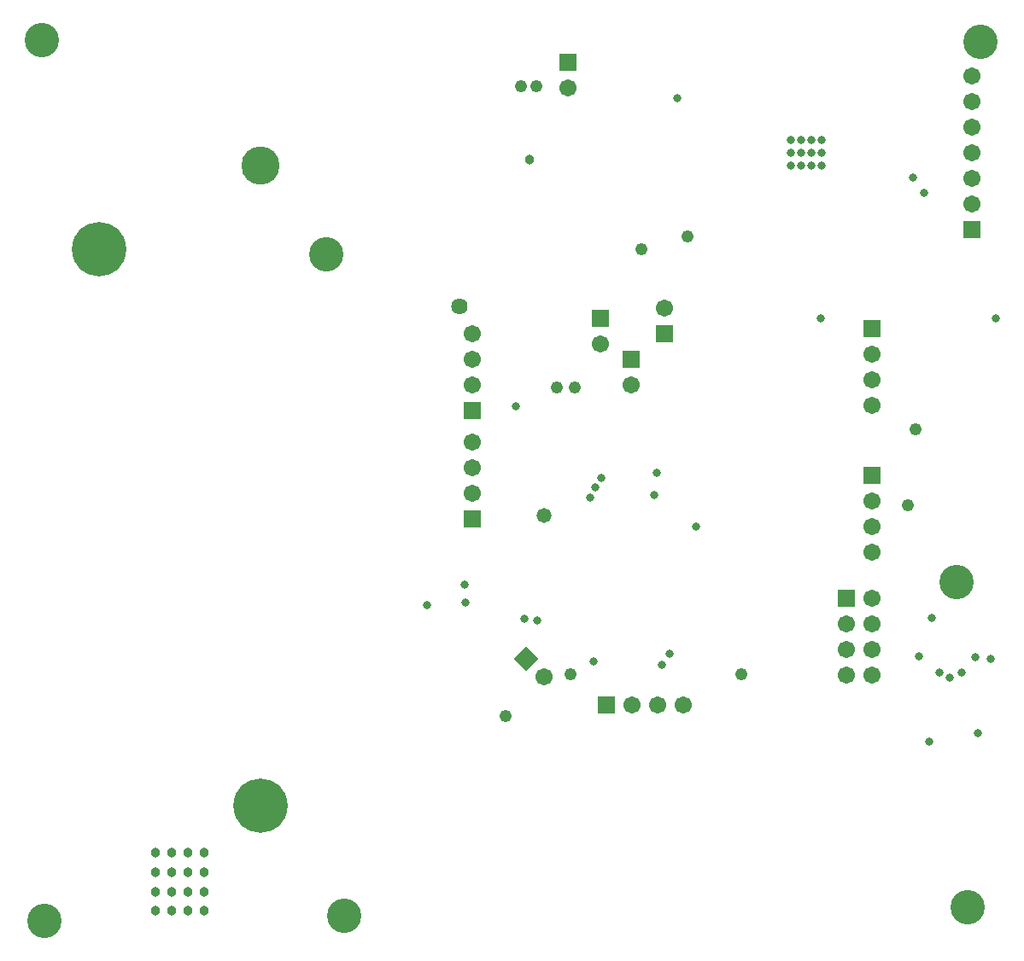
<source format=gbs>
G04*
G04 #@! TF.GenerationSoftware,Altium Limited,Altium Designer,19.1.8 (144)*
G04*
G04 Layer_Color=16711935*
%FSLAX25Y25*%
%MOIN*%
G70*
G01*
G75*
%ADD55C,0.06706*%
%ADD56R,0.06706X0.06706*%
%ADD57C,0.14914*%
%ADD58C,0.21174*%
%ADD59C,0.13400*%
%ADD60R,0.06706X0.06706*%
%ADD61P,0.09483X4X360.0*%
%ADD62C,0.03200*%
%ADD63C,0.04800*%
%ADD64C,0.05800*%
%ADD65C,0.03800*%
%ADD66C,0.06400*%
D55*
X182500Y199500D02*
D03*
Y189500D02*
D03*
Y179500D02*
D03*
X338500Y108500D02*
D03*
X328500D02*
D03*
X338500Y118500D02*
D03*
X328500D02*
D03*
X338500Y128500D02*
D03*
X328500D02*
D03*
X338500Y138500D02*
D03*
X220000Y338000D02*
D03*
X377500Y342500D02*
D03*
Y332500D02*
D03*
Y322500D02*
D03*
Y312500D02*
D03*
Y292500D02*
D03*
Y302500D02*
D03*
X232500Y238000D02*
D03*
X244500Y222000D02*
D03*
X182500Y242000D02*
D03*
Y232000D02*
D03*
Y222000D02*
D03*
X265000Y97000D02*
D03*
X255000D02*
D03*
X245000D02*
D03*
X257500Y252000D02*
D03*
X338500Y234000D02*
D03*
Y224000D02*
D03*
Y214000D02*
D03*
Y156500D02*
D03*
Y166500D02*
D03*
Y176500D02*
D03*
X210571Y107929D02*
D03*
D56*
X182500Y169500D02*
D03*
X328500Y138500D02*
D03*
X220000Y348000D02*
D03*
X377500Y282500D02*
D03*
X232500Y248000D02*
D03*
X244500Y232000D02*
D03*
X182500Y212000D02*
D03*
X257500Y242000D02*
D03*
X338500Y244000D02*
D03*
Y186500D02*
D03*
D57*
X99996Y307559D02*
D03*
D58*
X37004Y274764D02*
D03*
X99996Y57441D02*
D03*
D59*
X381000Y356000D02*
D03*
X371500Y145000D02*
D03*
X376000Y18000D02*
D03*
X132500Y14500D02*
D03*
X125500Y273000D02*
D03*
X15500Y12500D02*
D03*
X14500Y356500D02*
D03*
D60*
X235000Y97000D02*
D03*
D61*
X203500Y115000D02*
D03*
D62*
X380000Y86000D02*
D03*
X179500Y144000D02*
D03*
X361000Y82500D02*
D03*
X379000Y115500D02*
D03*
X180000Y137000D02*
D03*
X270000Y166500D02*
D03*
X259500Y117000D02*
D03*
X230000Y114000D02*
D03*
X387000Y248000D02*
D03*
X262500Y334000D02*
D03*
X199500Y213500D02*
D03*
X385000Y115000D02*
D03*
X359000Y297000D02*
D03*
X354500Y303000D02*
D03*
X254500Y187500D02*
D03*
X253500Y179000D02*
D03*
X208000Y130000D02*
D03*
X203000Y130500D02*
D03*
X365000Y109500D02*
D03*
X369000Y107500D02*
D03*
X228500Y178000D02*
D03*
X233000Y185500D02*
D03*
X230500Y182000D02*
D03*
X319000Y307500D02*
D03*
Y312500D02*
D03*
Y317500D02*
D03*
X307000Y312500D02*
D03*
Y317500D02*
D03*
Y307500D02*
D03*
X315000D02*
D03*
Y312500D02*
D03*
Y317500D02*
D03*
X311000Y307500D02*
D03*
Y312500D02*
D03*
Y317500D02*
D03*
X362000Y131000D02*
D03*
X357000Y116000D02*
D03*
X256500Y112500D02*
D03*
X373500Y109500D02*
D03*
X165000Y136000D02*
D03*
X318500Y248000D02*
D03*
D63*
X287500Y109000D02*
D03*
X215500Y221000D02*
D03*
X352500Y175000D02*
D03*
X207500Y338500D02*
D03*
X201500D02*
D03*
X221000Y109000D02*
D03*
X222445Y220945D02*
D03*
X195500Y92500D02*
D03*
X355500Y204500D02*
D03*
X266500Y280000D02*
D03*
X248500Y275000D02*
D03*
D64*
X210500Y171000D02*
D03*
D65*
X205000Y310000D02*
D03*
X78000Y16667D02*
D03*
X65333D02*
D03*
X78000Y23833D02*
D03*
X71667D02*
D03*
X65333D02*
D03*
X59000D02*
D03*
Y31500D02*
D03*
X65333D02*
D03*
X71667D02*
D03*
X78000D02*
D03*
X71667Y16667D02*
D03*
X59000D02*
D03*
X78000Y39167D02*
D03*
X71667D02*
D03*
X65333D02*
D03*
X59000Y39167D02*
D03*
D66*
X177500Y252500D02*
D03*
M02*

</source>
